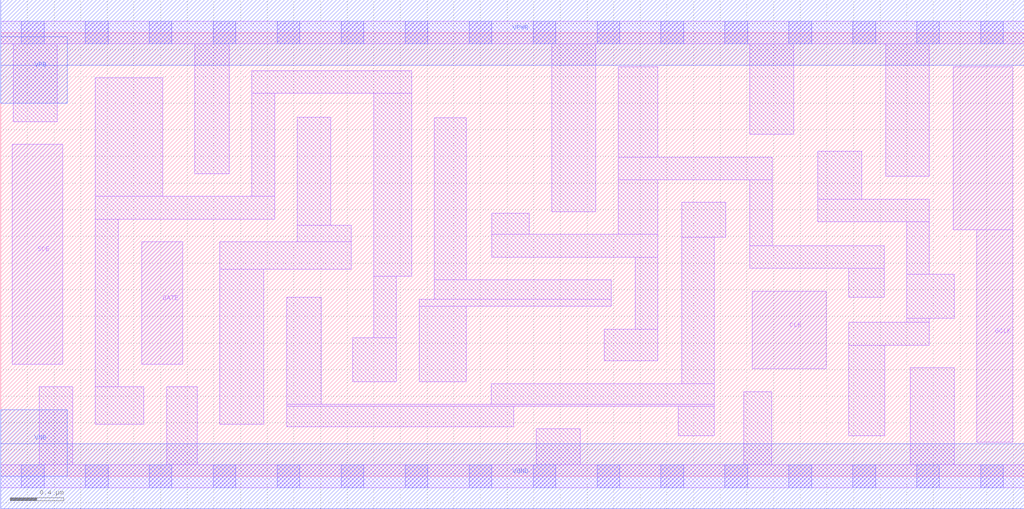
<source format=lef>
# Copyright 2020 The SkyWater PDK Authors
#
# Licensed under the Apache License, Version 2.0 (the "License");
# you may not use this file except in compliance with the License.
# You may obtain a copy of the License at
#
#     https://www.apache.org/licenses/LICENSE-2.0
#
# Unless required by applicable law or agreed to in writing, software
# distributed under the License is distributed on an "AS IS" BASIS,
# WITHOUT WARRANTIES OR CONDITIONS OF ANY KIND, either express or implied.
# See the License for the specific language governing permissions and
# limitations under the License.
#
# SPDX-License-Identifier: Apache-2.0

VERSION 5.5 ;
NAMESCASESENSITIVE ON ;
BUSBITCHARS "[]" ;
DIVIDERCHAR "/" ;
MACRO sky130_fd_sc_lp__sdlclkp_1
  CLASS CORE ;
  SOURCE USER ;
  ORIGIN  0.000000  0.000000 ;
  SIZE  7.680000 BY  3.330000 ;
  SYMMETRY X Y R90 ;
  SITE unit ;
  PIN GATE
    ANTENNAGATEAREA  0.159000 ;
    DIRECTION INPUT ;
    USE SIGNAL ;
    PORT
      LAYER li1 ;
        RECT 1.060000 0.840000 1.365000 1.760000 ;
    END
  END GATE
  PIN GCLK
    ANTENNADIFFAREA  0.556500 ;
    DIRECTION OUTPUT ;
    USE SIGNAL ;
    PORT
      LAYER li1 ;
        RECT 7.150000 1.850000 7.595000 3.075000 ;
        RECT 7.325000 0.255000 7.595000 1.850000 ;
    END
  END GCLK
  PIN SCE
    ANTENNAGATEAREA  0.159000 ;
    DIRECTION INPUT ;
    USE SIGNAL ;
    PORT
      LAYER li1 ;
        RECT 0.085000 0.840000 0.465000 2.490000 ;
    END
  END SCE
  PIN CLK
    ANTENNAGATEAREA  0.318000 ;
    DIRECTION INPUT ;
    USE CLOCK ;
    PORT
      LAYER li1 ;
        RECT 5.640000 0.805000 6.195000 1.390000 ;
    END
  END CLK
  PIN VGND
    DIRECTION INOUT ;
    USE GROUND ;
    PORT
      LAYER met1 ;
        RECT 0.000000 -0.245000 7.680000 0.245000 ;
    END
  END VGND
  PIN VNB
    DIRECTION INOUT ;
    USE GROUND ;
    PORT
      LAYER met1 ;
        RECT 0.000000 0.000000 0.500000 0.500000 ;
    END
  END VNB
  PIN VPB
    DIRECTION INOUT ;
    USE POWER ;
    PORT
      LAYER met1 ;
        RECT 0.000000 2.800000 0.500000 3.300000 ;
    END
  END VPB
  PIN VPWR
    DIRECTION INOUT ;
    USE POWER ;
    PORT
      LAYER met1 ;
        RECT 0.000000 3.085000 7.680000 3.575000 ;
    END
  END VPWR
  OBS
    LAYER li1 ;
      RECT 0.000000 -0.085000 7.680000 0.085000 ;
      RECT 0.000000  3.245000 7.680000 3.415000 ;
      RECT 0.095000  2.660000 0.425000 3.245000 ;
      RECT 0.290000  0.085000 0.540000 0.670000 ;
      RECT 0.710000  0.390000 1.075000 0.670000 ;
      RECT 0.710000  0.670000 0.880000 1.930000 ;
      RECT 0.710000  1.930000 2.055000 2.100000 ;
      RECT 0.710000  2.100000 1.215000 2.990000 ;
      RECT 1.245000  0.085000 1.475000 0.670000 ;
      RECT 1.455000  2.270000 1.715000 3.245000 ;
      RECT 1.645000  0.390000 1.975000 1.555000 ;
      RECT 1.645000  1.555000 2.630000 1.760000 ;
      RECT 1.885000  2.100000 2.055000 2.875000 ;
      RECT 1.885000  2.875000 3.085000 3.045000 ;
      RECT 2.145000  0.370000 3.850000 0.525000 ;
      RECT 2.145000  0.525000 5.355000 0.540000 ;
      RECT 2.145000  0.540000 2.405000 1.345000 ;
      RECT 2.225000  1.760000 2.630000 1.885000 ;
      RECT 2.225000  1.885000 2.475000 2.695000 ;
      RECT 2.640000  0.710000 2.970000 1.040000 ;
      RECT 2.800000  1.040000 2.970000 1.500000 ;
      RECT 2.800000  1.500000 3.085000 2.875000 ;
      RECT 3.140000  0.710000 3.495000 1.275000 ;
      RECT 3.140000  1.275000 4.580000 1.330000 ;
      RECT 3.255000  1.330000 4.580000 1.475000 ;
      RECT 3.255000  1.475000 3.495000 2.690000 ;
      RECT 3.680000  0.540000 5.355000 0.695000 ;
      RECT 3.685000  1.645000 4.930000 1.815000 ;
      RECT 3.685000  1.815000 3.965000 1.975000 ;
      RECT 4.020000  0.085000 4.350000 0.355000 ;
      RECT 4.135000  1.985000 4.465000 3.245000 ;
      RECT 4.530000  0.865000 4.930000 1.105000 ;
      RECT 4.635000  1.815000 4.930000 2.225000 ;
      RECT 4.635000  2.225000 5.790000 2.395000 ;
      RECT 4.635000  2.395000 4.930000 3.075000 ;
      RECT 4.760000  1.105000 4.930000 1.645000 ;
      RECT 5.085000  0.305000 5.355000 0.525000 ;
      RECT 5.110000  0.695000 5.355000 1.795000 ;
      RECT 5.110000  1.795000 5.440000 2.055000 ;
      RECT 5.575000  0.085000 5.785000 0.635000 ;
      RECT 5.620000  1.560000 6.630000 1.730000 ;
      RECT 5.620000  1.730000 5.790000 2.225000 ;
      RECT 5.620000  2.565000 5.950000 3.245000 ;
      RECT 6.130000  1.910000 6.970000 2.080000 ;
      RECT 6.130000  2.080000 6.460000 2.440000 ;
      RECT 6.365000  0.305000 6.635000 0.985000 ;
      RECT 6.365000  0.985000 6.970000 1.155000 ;
      RECT 6.365000  1.345000 6.630000 1.560000 ;
      RECT 6.640000  2.250000 6.970000 3.245000 ;
      RECT 6.800000  1.155000 6.970000 1.185000 ;
      RECT 6.800000  1.185000 7.155000 1.515000 ;
      RECT 6.800000  1.515000 6.970000 1.910000 ;
      RECT 6.825000  0.085000 7.155000 0.815000 ;
    LAYER mcon ;
      RECT 0.155000 -0.085000 0.325000 0.085000 ;
      RECT 0.155000  3.245000 0.325000 3.415000 ;
      RECT 0.635000 -0.085000 0.805000 0.085000 ;
      RECT 0.635000  3.245000 0.805000 3.415000 ;
      RECT 1.115000 -0.085000 1.285000 0.085000 ;
      RECT 1.115000  3.245000 1.285000 3.415000 ;
      RECT 1.595000 -0.085000 1.765000 0.085000 ;
      RECT 1.595000  3.245000 1.765000 3.415000 ;
      RECT 2.075000 -0.085000 2.245000 0.085000 ;
      RECT 2.075000  3.245000 2.245000 3.415000 ;
      RECT 2.555000 -0.085000 2.725000 0.085000 ;
      RECT 2.555000  3.245000 2.725000 3.415000 ;
      RECT 3.035000 -0.085000 3.205000 0.085000 ;
      RECT 3.035000  3.245000 3.205000 3.415000 ;
      RECT 3.515000 -0.085000 3.685000 0.085000 ;
      RECT 3.515000  3.245000 3.685000 3.415000 ;
      RECT 3.995000 -0.085000 4.165000 0.085000 ;
      RECT 3.995000  3.245000 4.165000 3.415000 ;
      RECT 4.475000 -0.085000 4.645000 0.085000 ;
      RECT 4.475000  3.245000 4.645000 3.415000 ;
      RECT 4.955000 -0.085000 5.125000 0.085000 ;
      RECT 4.955000  3.245000 5.125000 3.415000 ;
      RECT 5.435000 -0.085000 5.605000 0.085000 ;
      RECT 5.435000  3.245000 5.605000 3.415000 ;
      RECT 5.915000 -0.085000 6.085000 0.085000 ;
      RECT 5.915000  3.245000 6.085000 3.415000 ;
      RECT 6.395000 -0.085000 6.565000 0.085000 ;
      RECT 6.395000  3.245000 6.565000 3.415000 ;
      RECT 6.875000 -0.085000 7.045000 0.085000 ;
      RECT 6.875000  3.245000 7.045000 3.415000 ;
      RECT 7.355000 -0.085000 7.525000 0.085000 ;
      RECT 7.355000  3.245000 7.525000 3.415000 ;
  END
END sky130_fd_sc_lp__sdlclkp_1

</source>
